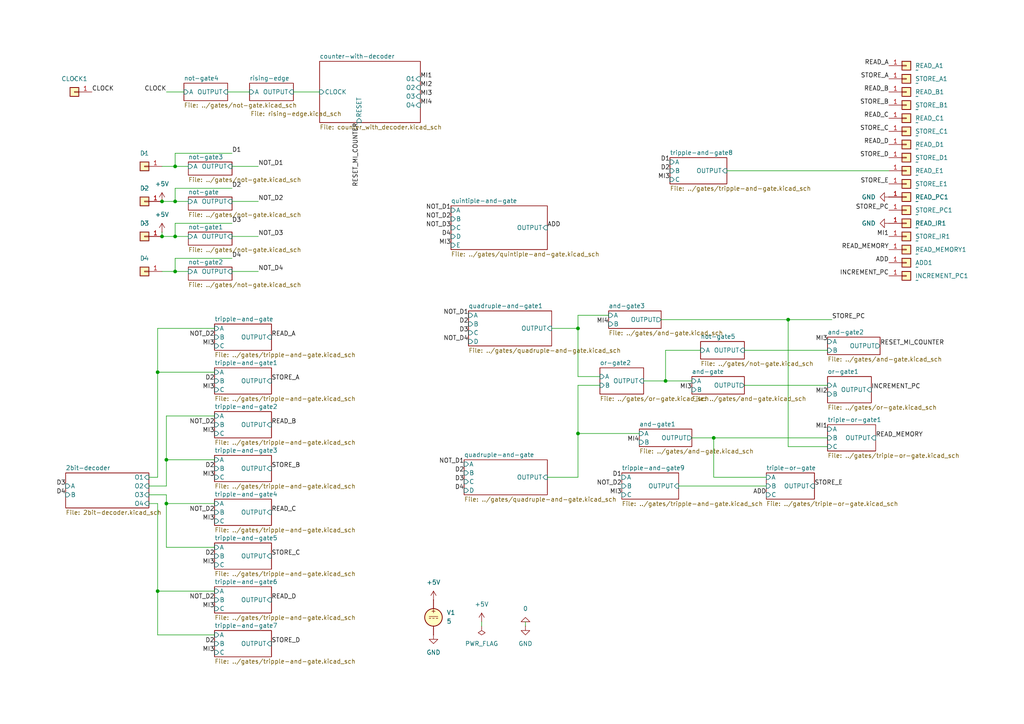
<source format=kicad_sch>
(kicad_sch (version 20231120) (generator "eeschema") (generator_version "8.0")
  (paper "A4")
  (lib_symbols
    (symbol "Connector_Generic:Conn_01x01" (pin_names (offset 1.016) hide)
      (property "Reference" "J" (at 0 2.54 0))
      (property "Value" "Conn_01x01" (at 0 -2.54 0))
      (symbol "Conn_01x01_1_1"
        (rectangle (start -1.27 0.127) (end 0 -0.127) (stroke (width 0.1524)))
        (rectangle (start -1.27 1.27) (end 1.27 -1.27) (stroke (width 0.254)) (fill (type background)))
        (pin passive line (at -5.08 0 0) (length 3.81) (name "Pin_1") (number "1"))
      )
    )
    (symbol "Simulation_SPICE:0" (power) (pin_numbers hide) (pin_names (offset 0) hide)
      (property "Value" "0" (at 0 -2.54 0))
      (symbol "0_0_1"
        (polyline (pts (xy -1.27 0) (xy 0 -1.27) (xy 1.27 0) (xy -1.27 0)))
      )
      (symbol "0_1_1"
        (pin power_in line (at 0 0 0) (length 0) (name "~") (number "1"))
      )
    )
    (symbol "Simulation_SPICE:VDC" (pin_numbers hide) (pin_names (offset 0.0254))
      (property "Reference" "V" (at 2.54 2.54 0))
      (property "Value" "1" (at 2.54 0 0))
      (symbol "VDC_0_0"
        (polyline (pts (xy -1.27 0.254) (xy 1.27 0.254)))
        (polyline (pts (xy -0.762 -0.254) (xy -1.27 -0.254)))
        (polyline (pts (xy 0.254 -0.254) (xy -0.254 -0.254)))
        (polyline (pts (xy 1.27 -0.254) (xy 0.762 -0.254)))
        (text "+" (at 0 1.905 0) (effects (font (size 1.27 1.27))))
      )
      (symbol "VDC_0_1"
        (circle (center 0 0) (radius 2.54) (stroke (width 0.254)) (fill (type background)))
      )
      (symbol "VDC_1_1"
        (pin passive line (at 0 5.08 270) (length 2.54) (name "~") (number "1"))
        (pin passive line (at 0 -5.08 90) (length 2.54) (name "~") (number "2"))
      )
    )
    (symbol "power:+5V" (power) (pin_numbers hide) (pin_names (offset 0) hide)
      (property "Value" "+5V" (at 0 3.556 0))
      (symbol "+5V_0_1"
        (polyline (pts (xy -0.762 1.27) (xy 0 2.54)))
        (polyline (pts (xy 0 0) (xy 0 2.54)))
        (polyline (pts (xy 0 2.54) (xy 0.762 1.27)))
      )
      (symbol "+5V_1_1"
        (pin power_in line (at 0 0 90) (length 0) (name "~") (number "1"))
      )
    )
    (symbol "power:GND" (power) (pin_numbers hide) (pin_names (offset 0) hide)
      (property "Value" "GND" (at 0 -3.81 0))
      (symbol "GND_0_1"
        (polyline (pts (xy 0 0) (xy 0 -1.27) (xy 1.27 -1.27) (xy 0 -2.54) (xy -1.27 -1.27) (xy 0 -1.27)))
      )
      (symbol "GND_1_1"
        (pin power_in line (at 0 0 270) (length 0) (name "~") (number "1"))
      )
    )
    (symbol "power:PWR_FLAG" (power) (pin_numbers hide) (pin_names (offset 0) hide)
      (property "Value" "PWR_FLAG" (at 0 3.81 0))
      (symbol "PWR_FLAG_0_0"
        (pin power_out line (at 0 0 90) (length 0) (name "~") (number "1"))
      )
      (symbol "PWR_FLAG_0_1"
        (polyline (pts (xy 0 0) (xy 0 1.27) (xy -1.016 1.905) (xy 0 2.54) (xy 1.016 1.905) (xy 0 1.27)))
      )
    )
  )
  (junction (at 48.26 146.05))
  (junction (at 48.26 133.35))
  (junction (at 193.04 110.49))
  (junction (at 46.99 58.42))
  (junction (at 50.8 48.26))
  (junction (at 50.8 68.58))
  (junction (at 207.01 127))
  (junction (at 45.72 107.95))
  (junction (at 50.8 58.42))
  (junction (at 167.64 95.25))
  (junction (at 45.72 171.45))
  (junction (at 46.99 68.58))
  (junction (at 228.6 92.71))
  (junction (at 167.64 125.73))
  (junction (at 50.8 78.74))
  (wire (pts (xy 173.99 109.22) (xy 167.64 109.22)))
  (wire (pts (xy 167.64 95.25) (xy 160.02 95.25)))
  (wire (pts (xy 215.9 111.76) (xy 240.03 111.76)))
  (wire (pts (xy 228.6 129.54) (xy 240.03 129.54)))
  (wire (pts (xy 50.8 78.74) (xy 54.61 78.74)))
  (wire (pts (xy 203.2 101.6) (xy 193.04 101.6)))
  (wire (pts (xy 85.09 26.67) (xy 92.71 26.67)))
  (wire (pts (xy 50.8 68.58) (xy 54.61 68.58)))
  (wire (pts (xy 74.93 78.74) (xy 67.31 78.74)))
  (wire (pts (xy 50.8 58.42) (xy 54.61 58.42)))
  (wire (pts (xy 62.23 158.75) (xy 48.26 158.75)))
  (wire (pts (xy 48.26 120.65) (xy 62.23 120.65)))
  (wire (pts (xy 45.72 171.45) (xy 62.23 171.45)))
  (wire (pts (xy 46.99 68.58) (xy 50.8 68.58)))
  (wire (pts (xy 50.8 44.45) (xy 67.31 44.45)))
  (wire (pts (xy 50.8 54.61) (xy 50.8 58.42)))
  (wire (pts (xy 215.9 101.6) (xy 240.03 101.6)))
  (wire (pts (xy 50.8 64.77) (xy 67.31 64.77)))
  (wire (pts (xy 48.26 133.35) (xy 48.26 120.65)))
  (wire (pts (xy 46.99 78.74) (xy 50.8 78.74)))
  (wire (pts (xy 186.69 110.49) (xy 193.04 110.49)))
  (wire (pts (xy 67.31 48.26) (xy 74.93 48.26)))
  (wire (pts (xy 50.8 44.45) (xy 50.8 48.26)))
  (wire (pts (xy 43.18 138.43) (xy 45.72 138.43)))
  (wire (pts (xy 48.26 140.97) (xy 48.26 133.35)))
  (wire (pts (xy 207.01 127) (xy 240.03 127)))
  (wire (pts (xy 196.85 140.97) (xy 222.25 140.97)))
  (wire (pts (xy 46.99 58.42) (xy 50.8 58.42)))
  (wire (pts (xy 45.72 107.95) (xy 62.23 107.95)))
  (wire (pts (xy 48.26 133.35) (xy 62.23 133.35)))
  (wire (pts (xy 46.99 67.31) (xy 46.99 68.58)))
  (wire (pts (xy 222.25 138.43) (xy 207.01 138.43)))
  (wire (pts (xy 48.26 26.67) (xy 53.34 26.67)))
  (wire (pts (xy 167.64 111.76) (xy 173.99 111.76)))
  (wire (pts (xy 43.18 146.05) (xy 45.72 146.05)))
  (wire (pts (xy 193.04 110.49) (xy 200.66 110.49)))
  (wire (pts (xy 66.04 26.67) (xy 72.39 26.67)))
  (wire (pts (xy 167.64 109.22) (xy 167.64 95.25)))
  (wire (pts (xy 50.8 54.61) (xy 67.31 54.61)))
  (wire (pts (xy 48.26 158.75) (xy 48.26 146.05)))
  (wire (pts (xy 228.6 92.71) (xy 228.6 129.54)))
  (wire (pts (xy 45.72 107.95) (xy 45.72 138.43)))
  (wire (pts (xy 200.66 127) (xy 207.01 127)))
  (wire (pts (xy 50.8 48.26) (xy 54.61 48.26)))
  (wire (pts (xy 50.8 64.77) (xy 50.8 68.58)))
  (wire (pts (xy 167.64 111.76) (xy 167.64 125.73)))
  (wire (pts (xy 74.93 58.42) (xy 67.31 58.42)))
  (wire (pts (xy 193.04 101.6) (xy 193.04 110.49)))
  (wire (pts (xy 152.4 180.34) (xy 152.4 181.61)))
  (wire (pts (xy 62.23 95.25) (xy 45.72 95.25)))
  (wire (pts (xy 43.18 140.97) (xy 48.26 140.97)))
  (wire (pts (xy 176.53 91.44) (xy 167.64 91.44)))
  (wire (pts (xy 45.72 146.05) (xy 45.72 171.45)))
  (wire (pts (xy 45.72 95.25) (xy 45.72 107.95)))
  (wire (pts (xy 167.64 125.73) (xy 167.64 138.43)))
  (wire (pts (xy 48.26 146.05) (xy 62.23 146.05)))
  (wire (pts (xy 228.6 92.71) (xy 241.3 92.71)))
  (wire (pts (xy 48.26 143.51) (xy 48.26 146.05)))
  (wire (pts (xy 207.01 138.43) (xy 207.01 127)))
  (wire (pts (xy 43.18 143.51) (xy 48.26 143.51)))
  (wire (pts (xy 46.99 48.26) (xy 50.8 48.26)))
  (wire (pts (xy 74.93 68.58) (xy 67.31 68.58)))
  (wire (pts (xy 45.72 184.15) (xy 62.23 184.15)))
  (wire (pts (xy 167.64 91.44) (xy 167.64 95.25)))
  (wire (pts (xy 50.8 74.93) (xy 67.31 74.93)))
  (wire (pts (xy 191.77 92.71) (xy 228.6 92.71)))
  (wire (pts (xy 210.82 49.53) (xy 257.81 49.53)))
  (wire (pts (xy 45.72 171.45) (xy 45.72 184.15)))
  (wire (pts (xy 50.8 74.93) (xy 50.8 78.74)))
  (wire (pts (xy 158.75 138.43) (xy 167.64 138.43)))
  (wire (pts (xy 139.7 181.61) (xy 139.7 180.34)))
  (wire (pts (xy 185.42 125.73) (xy 167.64 125.73)))
  (label "NOT_D2" (at 62.23 123.19 180))
  (label "MI1" (at 257.81 68.58 180))
  (label "MI3" (at 62.23 100.33 180))
  (label "READ_D" (at 257.81 41.91 180))
  (label "STORE_D" (at 78.74 186.69 0))
  (label "D4" (at 19.05 143.51 180))
  (label "READ_C" (at 78.74 148.59 0))
  (label "D1" (at 194.31 46.99 180))
  (label "NOT_D1" (at 74.93 48.26 0))
  (label "STORE_PC" (at 241.3 92.71 0))
  (label "READ_B" (at 257.81 26.67 180))
  (label "STORE_D" (at 257.81 45.72 180))
  (label "D3" (at 135.89 96.52 180))
  (label "NOT_D1" (at 135.89 91.44 180))
  (label "D2" (at 134.62 137.16 180))
  (label "MI3" (at 62.23 113.03 180))
  (label "MI3" (at 240.03 99.06 180))
  (label "MI3" (at 62.23 176.53 180))
  (label "ADD" (at 158.75 66.04 0))
  (label "D2" (at 62.23 186.69 180))
  (label "STORE_B" (at 257.81 30.48 180))
  (label "NOT_D2" (at 130.81 63.5 180))
  (label "STORE_C" (at 78.74 161.29 0))
  (label "D3" (at 67.31 64.77 0))
  (label "STORE_A" (at 257.81 22.86 180))
  (label "D2" (at 62.23 135.89 180))
  (label "NOT_D3" (at 74.93 68.58 0))
  (label "MI2" (at 121.92 25.4 0))
  (label "MI3" (at 194.31 52.07 180))
  (label "D2" (at 135.89 93.98 180))
  (label "NOT_D4" (at 135.89 99.06 180))
  (label "STORE_A" (at 78.74 110.49 0))
  (label "MI3" (at 62.23 163.83 180))
  (label "MI2" (at 240.03 114.3 180))
  (label "MI4" (at 121.92 30.48 0))
  (label "MI3" (at 130.81 71.12 180))
  (label "NOT_D3" (at 130.81 66.04 180))
  (label "ADD" (at 222.25 143.51 180))
  (label "STORE_PC" (at 257.81 60.96 180))
  (label "D1" (at 67.31 44.45 0))
  (label "READ_A" (at 78.74 97.79 0))
  (label "INCREMENT_PC" (at 257.81 80.01 180))
  (label "MI3" (at 62.23 125.73 180))
  (label "STORE_B" (at 78.74 135.89 0))
  (label "MI1" (at 121.92 22.86 0))
  (label "STORE_E" (at 257.81 53.34 180))
  (label "RESET_MI_COUNTER" (at 104.14 35.56 270))
  (label "MI3" (at 180.34 143.51 180))
  (label "NOT_D2" (at 180.34 140.97 180))
  (label "READ_MEMORY" (at 257.81 72.39 180))
  (label "NOT_D2" (at 74.93 58.42 0))
  (label "NOT_D1" (at 134.62 134.62 180))
  (label "STORE_E" (at 236.22 140.97 0))
  (label "RESET_MI_COUNTER" (at 255.27 100.33 0))
  (label "READ_MEMORY" (at 254 127 0))
  (label "NOT_D1" (at 130.81 60.96 180))
  (label "D2" (at 62.23 110.49 180))
  (label "D4" (at 130.81 68.58 180))
  (label "NOT_D4" (at 74.93 78.74 0))
  (label "D4" (at 67.31 74.93 0))
  (label "MI3" (at 62.23 189.23 180))
  (label "MI3" (at 200.66 113.03 180))
  (label "ADD" (at 257.81 76.2 180))
  (label "CLOCK" (at 48.26 26.67 180))
  (label "D3" (at 19.05 140.97 180))
  (label "MI3" (at 62.23 151.13 180))
  (label "MI3" (at 62.23 138.43 180))
  (label "D2" (at 62.23 161.29 180))
  (label "READ_B" (at 78.74 123.19 0))
  (label "NOT_D2" (at 62.23 173.99 180))
  (label "READ_D" (at 78.74 173.99 0))
  (label "MI4" (at 185.42 128.27 180))
  (label "READ_C" (at 257.81 34.29 180))
  (label "D1" (at 180.34 138.43 180))
  (label "MI4" (at 176.53 93.98 180))
  (label "D2" (at 194.31 49.53 180))
  (label "D3" (at 134.62 139.7 180))
  (label "MI3" (at 121.92 27.94 0))
  (label "INCREMENT_PC" (at 252.73 113.03 0))
  (label "READ_A" (at 257.81 19.05 180))
  (label "NOT_D2" (at 62.23 97.79 180))
  (label "D4" (at 134.62 142.24 180))
  (label "CLOCK" (at 26.67 26.67 0))
  (label "STORE_C" (at 257.81 38.1 180))
  (label "NOT_D2" (at 62.23 148.59 180))
  (label "MI1" (at 240.03 124.46 180))
  (label "D2" (at 67.31 54.61 0))
  (symbol (lib_id "Connector_Generic:Conn_01x01") (at 262.89 30.48 0) (unit 1) (exclude_from_sim yes)
    (property "Reference" "STORE_B1" (at 265.43 30.48 0) (effects (justify left)))
    (property "Value" "~" (at 265.43 31.75 0) (effects (justify left)))
    (property "Footprint" "Connector_PinHeader_2.54mm:PinHeader_1x01_P2.54mm_Vertical" (effects (hide yes)))
  )
  (symbol (lib_id "power:GND") (at 257.81 64.77 270) (unit 1)
    (property "Reference" "#PWR04" (effects (hide yes)))
    (property "Value" "GND" (at 254 64.7699 90) (effects (justify right)))
    (property "Description" "Power symbol creates a global label with name \"GND\" , ground" (effects (hide yes)))
  )
  (symbol (lib_id "Connector_Generic:Conn_01x01") (at 262.89 19.05 0) (unit 1) (exclude_from_sim yes)
    (property "Reference" "READ_A1" (at 265.43 19.0499 0) (effects (justify left)))
    (property "Value" "~" (at 265.43 20.32 0) (effects (justify left)))
    (property "Footprint" "Connector_PinHeader_2.54mm:PinHeader_1x01_P2.54mm_Vertical" (effects (hide yes)))
  )
  (symbol (lib_id "Connector_Generic:Conn_01x01") (at 41.91 48.26 180) (unit 1) (exclude_from_sim yes)
    (property "Reference" "D1" (at 41.91 44.45 0))
    (property "Value" "~" (at 41.91 44.45 0))
    (property "Footprint" "Connector_PinHeader_2.54mm:PinHeader_1x01_P2.54mm_Vertical" (effects (hide yes)))
  )
  (symbol (lib_id "Connector_Generic:Conn_01x01") (at 262.89 68.58 0) (unit 1) (exclude_from_sim yes)
    (property "Reference" "STORE_IR1" (at 265.43 68.58 0) (effects (justify left)))
    (property "Value" "~" (at 265.43 69.85 0) (effects (justify left)))
    (property "Footprint" "Connector_PinHeader_2.54mm:PinHeader_1x01_P2.54mm_Vertical" (effects (hide yes)))
  )
  (symbol (lib_id "power:+5V") (at 46.99 67.31 0) (unit 1)
    (property "Reference" "#PWR0124" (effects (hide yes)))
    (property "Value" "+5V" (at 46.99 62.23 0))
    (property "Description" "Power symbol creates a global label with name \"+5V\"" (effects (hide yes)))
  )
  (symbol (lib_id "Connector_Generic:Conn_01x01") (at 262.89 80.01 0) (unit 1) (exclude_from_sim yes)
    (property "Reference" "INCREMENT_PC1" (at 265.43 80.01 0) (effects (justify left)))
    (property "Value" "~" (at 265.43 81.28 0) (effects (justify left)))
    (property "Footprint" "Connector_PinHeader_2.54mm:PinHeader_1x01_P2.54mm_Vertical" (effects (hide yes)))
  )
  (symbol (lib_id "Connector_Generic:Conn_01x01") (at 262.89 53.34 0) (unit 1) (exclude_from_sim yes)
    (property "Reference" "STORE_E1" (at 265.43 53.3399 0) (effects (justify left)))
    (property "Value" "~" (at 265.43 54.61 0) (effects (justify left)))
    (property "Footprint" "Connector_PinHeader_2.54mm:PinHeader_1x01_P2.54mm_Vertical" (effects (hide yes)))
  )
  (symbol (lib_id "Connector_Generic:Conn_01x01") (at 262.89 38.1 0) (unit 1) (exclude_from_sim yes)
    (property "Reference" "STORE_C1" (at 265.43 38.1 0) (effects (justify left)))
    (property "Value" "~" (at 265.43 39.37 0) (effects (justify left)))
    (property "Footprint" "Connector_PinHeader_2.54mm:PinHeader_1x01_P2.54mm_Vertical" (effects (hide yes)))
  )
  (symbol (lib_id "Connector_Generic:Conn_01x01") (at 41.91 78.74 180) (unit 1) (exclude_from_sim yes)
    (property "Reference" "D4" (at 41.91 74.93 0))
    (property "Value" "~" (at 41.91 74.93 0))
    (property "Footprint" "Connector_PinHeader_2.54mm:PinHeader_1x01_P2.54mm_Vertical" (effects (hide yes)))
  )
  (symbol (lib_id "Connector_Generic:Conn_01x01") (at 262.89 57.15 0) (unit 1) (exclude_from_sim yes)
    (property "Reference" "READ_PC1" (at 265.43 57.15 0) (effects (justify left)))
    (property "Value" "~" (at 265.43 58.42 0) (effects (justify left)))
    (property "Footprint" "Connector_PinHeader_2.54mm:PinHeader_1x01_P2.54mm_Vertical" (effects (hide yes)))
  )
  (symbol (lib_id "power:+5V") (at 46.99 58.42 0) (unit 1)
    (property "Reference" "#PWR0125" (effects (hide yes)))
    (property "Value" "+5V" (at 46.99 53.34 0))
    (property "Description" "Power symbol creates a global label with name \"+5V\"" (effects (hide yes)))
  )
  (symbol (lib_id "Connector_Generic:Conn_01x01") (at 262.89 41.91 0) (unit 1) (exclude_from_sim yes)
    (property "Reference" "READ_D1" (at 265.43 41.91 0) (effects (justify left)))
    (property "Value" "~" (at 265.43 43.18 0) (effects (justify left)))
    (property "Footprint" "Connector_PinHeader_2.54mm:PinHeader_1x01_P2.54mm_Vertical" (effects (hide yes)))
  )
  (symbol (lib_id "Connector_Generic:Conn_01x01") (at 262.89 22.86 0) (unit 1) (exclude_from_sim yes)
    (property "Reference" "STORE_A1" (at 265.43 22.86 0) (effects (justify left)))
    (property "Value" "~" (at 265.43 24.13 0) (effects (justify left)))
    (property "Footprint" "Connector_PinHeader_2.54mm:PinHeader_1x01_P2.54mm_Vertical" (effects (hide yes)))
  )
  (symbol (lib_id "Connector_Generic:Conn_01x01") (at 21.59 26.67 180) (unit 1) (exclude_from_sim yes)
    (property "Reference" "CLOCK1" (at 21.59 22.86 0))
    (property "Value" "~" (at 21.59 22.86 0))
    (property "Footprint" "Connector_PinHeader_2.54mm:PinHeader_1x01_P2.54mm_Vertical" (effects (hide yes)))
  )
  (symbol (lib_id "Simulation_SPICE:VDC") (at 125.73 179.07 0) (unit 1)
    (property "Reference" "V1" (at 129.54 177.6701 0) (effects (justify left)))
    (property "Value" "5" (at 129.54 180.2101 0) (effects (justify left)))
    (property "Datasheet" "https://ngspice.sourceforge.io/docs/ngspice-html-manual/manual.xhtml#sec_Independent_Sources_for" (effects (hide yes)))
    (property "Description" "Voltage source, DC" (effects (hide yes)))
    (property "Sim.Pins" "1=+ 2=-" (effects (hide yes)))
    (property "Sim.Type" "DC" (effects (hide yes)))
    (property "Sim.Device" "V" (effects (hide yes)))
  )
  (symbol (lib_id "power:PWR_FLAG") (at 139.7 181.61 180) (unit 1)
    (property "Reference" "#FLG01" (effects (hide yes)))
    (property "Value" "PWR_FLAG" (at 139.7 186.69 0))
    (property "Description" "Special symbol for telling ERC where power comes from" (effects (hide yes)))
  )
  (symbol (lib_id "Connector_Generic:Conn_01x01") (at 41.91 58.42 180) (unit 1) (exclude_from_sim yes)
    (property "Reference" "D2" (at 41.91 54.61 0))
    (property "Value" "~" (at 41.91 54.61 0))
    (property "Footprint" "Connector_PinHeader_2.54mm:PinHeader_1x01_P2.54mm_Vertical" (effects (hide yes)))
  )
  (symbol (lib_id "Connector_Generic:Conn_01x01") (at 262.89 26.67 0) (unit 1) (exclude_from_sim yes)
    (property "Reference" "READ_B1" (at 265.43 26.67 0) (effects (justify left)))
    (property "Value" "~" (at 265.43 27.94 0) (effects (justify left)))
    (property "Footprint" "Connector_PinHeader_2.54mm:PinHeader_1x01_P2.54mm_Vertical" (effects (hide yes)))
  )
  (symbol (lib_id "Connector_Generic:Conn_01x01") (at 262.89 34.29 0) (unit 1) (exclude_from_sim yes)
    (property "Reference" "READ_C1" (at 265.43 34.29 0) (effects (justify left)))
    (property "Value" "~" (at 265.43 35.56 0) (effects (justify left)))
    (property "Footprint" "Connector_PinHeader_2.54mm:PinHeader_1x01_P2.54mm_Vertical" (effects (hide yes)))
  )
  (symbol (lib_id "power:GND") (at 152.4 181.61 0) (unit 1)
    (property "Reference" "#PWR02" (effects (hide yes)))
    (property "Value" "GND" (at 152.4 186.69 0))
    (property "Description" "Power symbol creates a global label with name \"GND\" , ground" (effects (hide yes)))
  )
  (symbol (lib_id "power:+5V") (at 125.73 173.99 0) (unit 1)
    (property "Reference" "#PWR046" (effects (hide yes)))
    (property "Value" "+5V" (at 125.73 168.91 0))
    (property "Description" "Power symbol creates a global label with name \"+5V\"" (effects (hide yes)))
  )
  (symbol (lib_id "power:GND") (at 125.73 184.15 0) (unit 1)
    (property "Reference" "#PWR045" (effects (hide yes)))
    (property "Value" "GND" (at 125.73 189.23 0))
    (property "Description" "Power symbol creates a global label with name \"GND\" , ground" (effects (hide yes)))
  )
  (symbol (lib_id "power:+5V") (at 139.7 180.34 0) (unit 1)
    (property "Reference" "#PWR01" (effects (hide yes)))
    (property "Value" "+5V" (at 139.7 175.26 0))
    (property "Description" "Power symbol creates a global label with name \"+5V\"" (effects (hide yes)))
  )
  (symbol (lib_id "Connector_Generic:Conn_01x01") (at 262.89 64.77 0) (unit 1) (exclude_from_sim yes)
    (property "Reference" "READ_IR1" (at 265.43 64.77 0) (effects (justify left)))
    (property "Value" "~" (at 265.43 66.04 0) (effects (justify left)))
    (property "Footprint" "Connector_PinHeader_2.54mm:PinHeader_1x01_P2.54mm_Vertical" (effects (hide yes)))
  )
  (symbol (lib_id "Connector_Generic:Conn_01x01") (at 262.89 60.96 0) (unit 1) (exclude_from_sim yes)
    (property "Reference" "STORE_PC1" (at 265.43 60.96 0) (effects (justify left)))
    (property "Value" "~" (at 265.43 62.23 0) (effects (justify left)))
    (property "Footprint" "Connector_PinHeader_2.54mm:PinHeader_1x01_P2.54mm_Vertical" (effects (hide yes)))
  )
  (symbol (lib_id "Connector_Generic:Conn_01x01") (at 41.91 68.58 180) (unit 1) (exclude_from_sim yes)
    (property "Reference" "D3" (at 41.91 64.77 0))
    (property "Value" "~" (at 41.91 64.77 0))
    (property "Footprint" "Connector_PinHeader_2.54mm:PinHeader_1x01_P2.54mm_Vertical" (effects (hide yes)))
  )
  (symbol (lib_id "Connector_Generic:Conn_01x01") (at 262.89 76.2 0) (unit 1) (exclude_from_sim yes)
    (property "Reference" "ADD1" (at 265.43 76.2 0) (effects (justify left)))
    (property "Value" "~" (at 265.43 77.47 0) (effects (justify left)))
    (property "Footprint" "Connector_PinHeader_2.54mm:PinHeader_1x01_P2.54mm_Vertical" (effects (hide yes)))
  )
  (symbol (lib_id "Connector_Generic:Conn_01x01") (at 262.89 49.53 0) (unit 1) (exclude_from_sim yes)
    (property "Reference" "READ_E1" (at 265.43 49.5299 0) (effects (justify left)))
    (property "Value" "~" (at 265.43 50.8 0) (effects (justify left)))
    (property "Footprint" "Connector_PinHeader_2.54mm:PinHeader_1x01_P2.54mm_Vertical" (effects (hide yes)))
  )
  (symbol (lib_id "Simulation_SPICE:0") (at 152.4 180.34 180) (unit 1)
    (property "Reference" "#GND01" (effects (hide yes)))
    (property "Value" "0" (at 152.4 176.53 0))
    (property "Datasheet" "https://ngspice.sourceforge.io/docs/ngspice-html-manual/manual.xhtml#subsec_Circuit_elements__device" (effects (hide yes)))
    (property "Description" "0V reference potential for simulation" (effects (hide yes)))
  )
  (symbol (lib_id "Connector_Generic:Conn_01x01") (at 262.89 72.39 0) (unit 1) (exclude_from_sim yes)
    (property "Reference" "READ_MEMORY1" (at 265.43 72.39 0) (effects (justify left)))
    (property "Value" "~" (at 265.43 73.66 0) (effects (justify left)))
    (property "Footprint" "Connector_PinHeader_2.54mm:PinHeader_1x01_P2.54mm_Vertical" (effects (hide yes)))
  )
  (symbol (lib_id "Connector_Generic:Conn_01x01") (at 262.89 45.72 0) (unit 1) (exclude_from_sim yes)
    (property "Reference" "STORE_D1" (at 265.43 45.72 0) (effects (justify left)))
    (property "Value" "~" (at 265.43 46.99 0) (effects (justify left)))
    (property "Footprint" "Connector_PinHeader_2.54mm:PinHeader_1x01_P2.54mm_Vertical" (effects (hide yes)))
  )
  (symbol (lib_id "power:GND") (at 257.81 57.15 270) (unit 1)
    (property "Reference" "#PWR03" (effects (hide yes)))
    (property "Value" "GND" (at 254 57.1499 90) (effects (justify right)))
    (property "Description" "Power symbol creates a global label with name \"GND\" , ground" (effects (hide yes)))
  )
  (sheet (at 54.61 57.15) (size 12.7 3.81) (stroke (width 0.1524))
    (property "Sheetname" "not-gate" (at 54.61 56.4384 0) (effects (justify left bottom)))
    (property "Sheetfile" "../gates/not-gate.kicad_sch" (at 54.61 61.5446 0) (effects (justify left top)))
    (pin "A" input (at 54.61 58.42 180))
    (pin "OUTPUT" input (at 67.31 58.42 0))
  )
  (sheet (at 54.61 46.99) (size 12.7 3.81) (stroke (width 0.1524))
    (property "Sheetname" "not-gate3" (at 54.61 46.2784 0) (effects (justify left bottom)))
    (property "Sheetfile" "../gates/not-gate.kicad_sch" (at 54.61 51.3846 0) (effects (justify left top)))
    (pin "A" input (at 54.61 48.26 180))
    (pin "OUTPUT" input (at 67.31 48.26 0))
  )
  (sheet (at 240.03 109.22) (size 12.7 7.62) (stroke (width 0.1524))
    (property "Sheetname" "or-gate1" (at 240.03 108.5084 0) (effects (justify left bottom)))
    (property "Sheetfile" "../gates/or-gate.kicad_sch" (at 240.03 117.4246 0) (effects (justify left top)))
    (pin "OUTPUT" input (at 252.73 113.03 0))
    (pin "A" input (at 240.03 111.76 180))
    (pin "B" input (at 240.03 114.3 180))
  )
  (sheet (at 173.99 106.68) (size 12.7 7.62) (stroke (width 0.1524))
    (property "Sheetname" "or-gate2" (at 173.99 105.9684 0) (effects (justify left bottom)))
    (property "Sheetfile" "../gates/or-gate.kicad_sch" (at 173.99 114.8846 0) (effects (justify left top)))
    (pin "OUTPUT" input (at 186.69 110.49 0))
    (pin "A" input (at 173.99 109.22 180))
    (pin "B" input (at 173.99 111.76 180))
  )
  (sheet (at 130.81 59.69) (size 27.94 12.7) (stroke (width 0.1524))
    (property "Sheetname" "quintiple-and-gate" (at 130.81 58.9784 0) (effects (justify left bottom)))
    (property "Sheetfile" "../gates/quintiple-and-gate.kicad_sch" (at 130.81 72.9746 0) (effects (justify left top)))
    (pin "A" input (at 130.81 60.96 180))
    (pin "B" input (at 130.81 63.5 180))
    (pin "C" input (at 130.81 66.04 180))
    (pin "D" input (at 130.81 68.58 180))
    (pin "E" input (at 130.81 71.12 180))
    (pin "OUTPUT" input (at 158.75 66.04 0))
  )
  (sheet (at 135.89 90.17) (size 24.13 10.16) (stroke (width 0.1524))
    (property "Sheetname" "quadruple-and-gate1" (at 135.89 89.4584 0) (effects (justify left bottom)))
    (property "Sheetfile" "../gates/quadruple-and-gate.kicad_sch" (at 135.89 100.9146 0) (effects (justify left top)))
    (pin "A" input (at 135.89 91.44 180))
    (pin "B" input (at 135.89 93.98 180))
    (pin "C" input (at 135.89 96.52 180))
    (pin "D" input (at 135.89 99.06 180))
    (pin "OUTPUT" input (at 160.02 95.25 0))
  )
  (sheet (at 194.31 45.72) (size 16.51 7.62) (stroke (width 0.1524))
    (property "Sheetname" "tripple-and-gate8" (at 194.31 45.0084 0) (effects (justify left bottom)))
    (property "Sheetfile" "../gates/tripple-and-gate.kicad_sch" (at 194.31 53.9246 0) (effects (justify left top)))
    (pin "B" input (at 194.31 49.53 180))
    (pin "C" input (at 194.31 52.07 180))
    (pin "OUTPUT" input (at 210.82 49.53 0))
    (pin "A" input (at 194.31 46.99 180))
  )
  (sheet (at 134.62 133.35) (size 24.13 10.16) (stroke (width 0.1524))
    (property "Sheetname" "quadruple-and-gate" (at 134.62 132.6384 0) (effects (justify left bottom)))
    (property "Sheetfile" "../gates/quadruple-and-gate.kicad_sch" (at 134.62 144.0946 0) (effects (justify left top)))
    (pin "A" input (at 134.62 134.62 180))
    (pin "B" input (at 134.62 137.16 180))
    (pin "C" input (at 134.62 139.7 180))
    (pin "D" input (at 134.62 142.24 180))
    (pin "OUTPUT" input (at 158.75 138.43 0))
  )
  (sheet (at 54.61 67.31) (size 12.7 3.81) (stroke (width 0.1524))
    (property "Sheetname" "not-gate1" (at 54.61 66.5984 0) (effects (justify left bottom)))
    (property "Sheetfile" "../gates/not-gate.kicad_sch" (at 54.61 71.7046 0) (effects (justify left top)))
    (pin "A" input (at 54.61 68.58 180))
    (pin "OUTPUT" input (at 67.31 68.58 0))
  )
  (sheet (at 176.53 90.17) (size 15.24 5.08) (stroke (width 0.1524))
    (property "Sheetname" "and-gate3" (at 176.53 89.4584 0) (effects (justify left bottom)))
    (property "Sheetfile" "../gates/and-gate.kicad_sch" (at 176.53 95.8346 0) (effects (justify left top)))
    (pin "OUTPUT" output (at 191.77 92.71 0))
    (pin "B" input (at 176.53 93.98 180))
    (pin "A" input (at 176.53 91.44 180))
  )
  (sheet (at 19.05 137.16) (size 24.13 10.16) (stroke (width 0.1524))
    (property "Sheetname" "2bit-decoder" (at 19.05 136.4484 0) (effects (justify left bottom)))
    (property "Sheetfile" "2bit-decoder.kicad_sch" (at 19.05 147.9046 0) (effects (justify left top)))
    (pin "A" input (at 19.05 140.97 180))
    (pin "O1" input (at 43.18 138.43 0))
    (pin "O4" input (at 43.18 146.05 0))
    (pin "O2" input (at 43.18 140.97 0))
    (pin "O3" input (at 43.18 143.51 0))
    (pin "B" input (at 19.05 143.51 180))
  )
  (sheet (at 222.25 137.16) (size 13.97 7.62) (stroke (width 0.1524))
    (property "Sheetname" "triple-or-gate" (at 222.25 136.4484 0) (effects (justify left bottom)))
    (property "Sheetfile" "../gates/triple-or-gate.kicad_sch" (at 222.25 145.3646 0) (effects (justify left top)))
    (pin "C" input (at 222.25 143.51 180))
    (pin "A" input (at 222.25 138.43 180))
    (pin "OUTPUT" input (at 236.22 140.97 0))
    (pin "B" input (at 222.25 140.97 180))
  )
  (sheet (at 240.03 97.79) (size 15.24 5.08) (stroke (width 0.1524))
    (property "Sheetname" "and-gate2" (at 240.03 97.0784 0) (effects (justify left bottom)))
    (property "Sheetfile" "../gates/and-gate.kicad_sch" (at 240.03 103.4546 0) (effects (justify left top)))
    (pin "OUTPUT" output (at 255.27 100.33 0))
    (pin "B" input (at 240.03 101.6 180))
    (pin "A" input (at 240.03 99.06 180))
  )
  (sheet (at 62.23 144.78) (size 16.51 7.62) (stroke (width 0.1524))
    (property "Sheetname" "tripple-and-gate4" (at 62.23 144.0684 0) (effects (justify left bottom)))
    (property "Sheetfile" "../gates/tripple-and-gate.kicad_sch" (at 62.23 152.9846 0) (effects (justify left top)))
    (pin "B" input (at 62.23 148.59 180))
    (pin "C" input (at 62.23 151.13 180))
    (pin "OUTPUT" input (at 78.74 148.59 0))
    (pin "A" input (at 62.23 146.05 180))
  )
  (sheet (at 203.2 99.06) (size 12.7 5.08) (stroke (width 0.1524))
    (property "Sheetname" "not-gate5" (at 203.2 98.3484 0) (effects (justify left bottom)))
    (property "Sheetfile" "../gates/not-gate.kicad_sch" (at 203.2 104.7246 0) (effects (justify left top)))
    (pin "A" input (at 203.2 101.6 180))
    (pin "OUTPUT" input (at 215.9 101.6 0))
  )
  (sheet (at 92.71 17.78) (size 29.21 17.78) (stroke (width 0.1524))
    (property "Sheetname" "counter-with-decoder" (at 92.71 17.0684 0) (effects (justify left bottom)))
    (property "Sheetfile" "counter_with_decoder.kicad_sch" (at 92.71 36.1446 0) (effects (justify left top)))
    (pin "O2" input (at 121.92 25.4 0))
    (pin "O1" input (at 121.92 22.86 0))
    (pin "O4" input (at 121.92 30.48 0))
    (pin "O3" input (at 121.92 27.94 0))
    (pin "CLOCK" input (at 92.71 26.67 180))
    (pin "RESET" input (at 104.14 35.56 270))
  )
  (sheet (at 240.03 123.19) (size 13.97 7.62) (stroke (width 0.1524))
    (property "Sheetname" "triple-or-gate1" (at 240.03 122.4784 0) (effects (justify left bottom)))
    (property "Sheetfile" "../gates/triple-or-gate.kicad_sch" (at 240.03 131.3946 0) (effects (justify left top)))
    (pin "C" input (at 240.03 129.54 180))
    (pin "A" input (at 240.03 124.46 180))
    (pin "OUTPUT" input (at 254 127 0))
    (pin "B" input (at 240.03 127 180))
  )
  (sheet (at 62.23 106.68) (size 16.51 7.62) (stroke (width 0.1524))
    (property "Sheetname" "tripple-and-gate1" (at 62.23 105.9684 0) (effects (justify left bottom)))
    (property "Sheetfile" "../gates/tripple-and-gate.kicad_sch" (at 62.23 114.8846 0) (effects (justify left top)))
    (pin "B" input (at 62.23 110.49 180))
    (pin "C" input (at 62.23 113.03 180))
    (pin "OUTPUT" input (at 78.74 110.49 0))
    (pin "A" input (at 62.23 107.95 180))
  )
  (sheet (at 62.23 119.38) (size 16.51 7.62) (stroke (width 0.1524))
    (property "Sheetname" "tripple-and-gate2" (at 62.23 118.6684 0) (effects (justify left bottom)))
    (property "Sheetfile" "../gates/tripple-and-gate.kicad_sch" (at 62.23 127.5846 0) (effects (justify left top)))
    (pin "B" input (at 62.23 123.19 180))
    (pin "C" input (at 62.23 125.73 180))
    (pin "OUTPUT" input (at 78.74 123.19 0))
    (pin "A" input (at 62.23 120.65 180))
  )
  (sheet (at 62.23 93.98) (size 16.51 7.62) (stroke (width 0.1524))
    (property "Sheetname" "tripple-and-gate" (at 62.23 93.2684 0) (effects (justify left bottom)))
    (property "Sheetfile" "../gates/tripple-and-gate.kicad_sch" (at 62.23 102.1846 0) (effects (justify left top)))
    (pin "B" input (at 62.23 97.79 180))
    (pin "C" input (at 62.23 100.33 180))
    (pin "OUTPUT" input (at 78.74 97.79 0))
    (pin "A" input (at 62.23 95.25 180))
  )
  (sheet (at 62.23 182.88) (size 16.51 7.62) (stroke (width 0.1524))
    (property "Sheetname" "tripple-and-gate7" (at 62.23 182.1684 0) (effects (justify left bottom)))
    (property "Sheetfile" "../gates/tripple-and-gate.kicad_sch" (at 62.23 191.0846 0) (effects (justify left top)))
    (pin "B" input (at 62.23 186.69 180))
    (pin "C" input (at 62.23 189.23 180))
    (pin "OUTPUT" input (at 78.74 186.69 0))
    (pin "A" input (at 62.23 184.15 180))
  )
  (sheet (at 53.34 24.13) (size 12.7 5.08) (stroke (width 0.1524))
    (property "Sheetname" "not-gate4" (at 53.34 23.4184 0) (effects (justify left bottom)))
    (property "Sheetfile" "../gates/not-gate.kicad_sch" (at 53.34 29.7946 0) (effects (justify left top)))
    (pin "A" input (at 53.34 26.67 180))
    (pin "OUTPUT" input (at 66.04 26.67 0))
  )
  (sheet (at 54.61 77.47) (size 12.7 3.81) (stroke (width 0.1524))
    (property "Sheetname" "not-gate2" (at 54.61 76.7584 0) (effects (justify left bottom)))
    (property "Sheetfile" "../gates/not-gate.kicad_sch" (at 54.61 81.8646 0) (effects (justify left top)))
    (pin "A" input (at 54.61 78.74 180))
    (pin "OUTPUT" input (at 67.31 78.74 0))
  )
  (sheet (at 62.23 157.48) (size 16.51 7.62) (stroke (width 0.1524))
    (property "Sheetname" "tripple-and-gate5" (at 62.23 156.7684 0) (effects (justify left bottom)))
    (property "Sheetfile" "../gates/tripple-and-gate.kicad_sch" (at 62.23 165.6846 0) (effects (justify left top)))
    (pin "B" input (at 62.23 161.29 180))
    (pin "C" input (at 62.23 163.83 180))
    (pin "OUTPUT" input (at 78.74 161.29 0))
    (pin "A" input (at 62.23 158.75 180))
  )
  (sheet (at 62.23 132.08) (size 16.51 7.62) (stroke (width 0.1524))
    (property "Sheetname" "tripple-and-gate3" (at 62.23 131.3684 0) (effects (justify left bottom)))
    (property "Sheetfile" "../gates/tripple-and-gate.kicad_sch" (at 62.23 140.2846 0) (effects (justify left top)))
    (pin "B" input (at 62.23 135.89 180))
    (pin "C" input (at 62.23 138.43 180))
    (pin "OUTPUT" input (at 78.74 135.89 0))
    (pin "A" input (at 62.23 133.35 180))
  )
  (sheet (at 185.42 124.46) (size 15.24 5.08) (stroke (width 0.1524))
    (property "Sheetname" "and-gate1" (at 185.42 123.7484 0) (effects (justify left bottom)))
    (property "Sheetfile" "../gates/and-gate.kicad_sch" (at 185.42 130.1246 0) (effects (justify left top)))
    (pin "OUTPUT" output (at 200.66 127 0))
    (pin "B" input (at 185.42 128.27 180))
    (pin "A" input (at 185.42 125.73 180))
  )
  (sheet (at 62.23 170.18) (size 16.51 7.62) (stroke (width 0.1524))
    (property "Sheetname" "tripple-and-gate6" (at 62.23 169.4684 0) (effects (justify left bottom)))
    (property "Sheetfile" "../gates/tripple-and-gate.kicad_sch" (at 62.23 178.3846 0) (effects (justify left top)))
    (pin "B" input (at 62.23 173.99 180))
    (pin "C" input (at 62.23 176.53 180))
    (pin "OUTPUT" input (at 78.74 173.99 0))
    (pin "A" input (at 62.23 171.45 180))
  )
  (sheet (at 200.66 109.22) (size 15.24 5.08) (stroke (width 0.1524))
    (property "Sheetname" "and-gate" (at 200.66 108.5084 0) (effects (justify left bottom)))
    (property "Sheetfile" "../gates/and-gate.kicad_sch" (at 200.66 114.8846 0) (effects (justify left top)))
    (pin "OUTPUT" output (at 215.9 111.76 0))
    (pin "B" input (at 200.66 113.03 180))
    (pin "A" input (at 200.66 110.49 180))
  )
  (sheet (at 180.34 137.16) (size 16.51 7.62) (stroke (width 0.1524))
    (property "Sheetname" "tripple-and-gate9" (at 180.34 136.4484 0) (effects (justify left bottom)))
    (property "Sheetfile" "../gates/tripple-and-gate.kicad_sch" (at 180.34 145.3646 0) (effects (justify left top)))
    (pin "B" input (at 180.34 140.97 180))
    (pin "C" input (at 180.34 143.51 180))
    (pin "OUTPUT" input (at 196.85 140.97 0))
    (pin "A" input (at 180.34 138.43 180))
  )
  (sheet (at 72.39 24.13) (size 12.7 5.08) (stroke (width 0.1524))
    (property "Sheetname" "rising-edge" (at 72.39 23.4184 0) (effects (justify left bottom)))
    (property "Sheetfile" "rising-edge.kicad_sch" (at 72.644 32.258 0) (effects (justify left top)))
    (pin "A" input (at 72.39 26.67 180))
    (pin "OUTPUT" input (at 85.09 26.67 0))
  )
)
</source>
